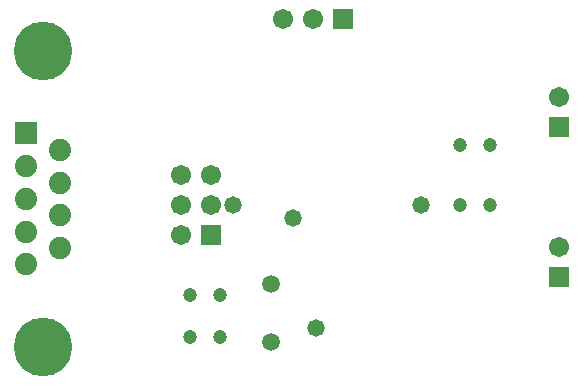
<source format=gbs>
%FSLAX44Y44*%
%MOMM*%
G71*
G01*
G75*
G04 Layer_Color=16711935*
%ADD10R,0.8000X0.4000*%
%ADD11O,0.8000X0.4000*%
%ADD12C,0.2000*%
%ADD13C,1.5000*%
%ADD14R,1.5000X1.5000*%
%ADD15R,1.5000X1.5000*%
%ADD16C,4.7600*%
%ADD17R,1.6900X1.6900*%
%ADD18C,1.6900*%
%ADD19C,1.0000*%
%ADD20C,1.3000*%
%ADD21C,1.2700*%
%ADD22C,0.1000*%
%ADD23C,0.2540*%
%ADD24C,0.1500*%
%ADD25C,0.2032*%
%ADD26R,1.0032X0.6032*%
%ADD27O,1.0032X0.6032*%
%ADD28C,1.7032*%
%ADD29R,1.7032X1.7032*%
%ADD30R,1.7032X1.7032*%
%ADD31C,4.9632*%
%ADD32R,1.8932X1.8932*%
%ADD33C,1.8932*%
%ADD34C,1.2032*%
%ADD35C,1.5032*%
%ADD36C,1.4732*%
D28*
X787400Y1117600D02*
D03*
X812800D02*
D03*
X1021080Y1051560D02*
D03*
Y924560D02*
D03*
X701040Y985520D02*
D03*
X726440D02*
D03*
X701040Y960120D02*
D03*
X726440D02*
D03*
X701040Y934720D02*
D03*
D29*
X838200Y1117600D02*
D03*
D30*
X1021080Y1026160D02*
D03*
Y899160D02*
D03*
X726440Y934720D02*
D03*
D31*
X584450Y840250D02*
D03*
Y1090150D02*
D03*
D32*
X570250Y1020600D02*
D03*
D33*
X598650Y1006750D02*
D03*
X570250Y992900D02*
D03*
X598650Y979050D02*
D03*
X570250Y965200D02*
D03*
X598650Y951350D02*
D03*
X570250Y937500D02*
D03*
X598650Y923650D02*
D03*
X570250Y909800D02*
D03*
D34*
X734060Y883920D02*
D03*
X708660D02*
D03*
X734060Y848360D02*
D03*
X708660D02*
D03*
X962660Y960120D02*
D03*
X937260D02*
D03*
X962660Y1010920D02*
D03*
X937260D02*
D03*
D35*
X777240Y893080D02*
D03*
Y844280D02*
D03*
D36*
X815340Y855980D02*
D03*
X904240Y960120D02*
D03*
X796290Y948690D02*
D03*
X745490Y960120D02*
D03*
M02*

</source>
